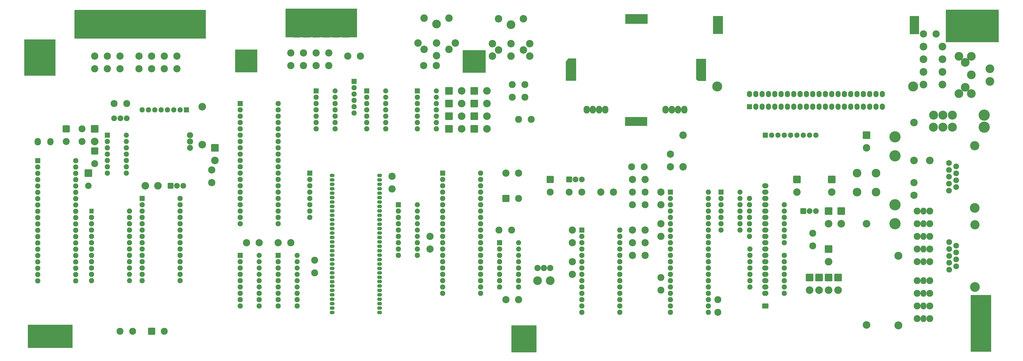
<source format=gbr>
%TF.GenerationSoftware,KiCad,Pcbnew,7.0.0-da2b9df05c~171~ubuntu20.04.1*%
%TF.CreationDate,2023-03-01T01:24:29+01:00*%
%TF.ProjectId,C64-250469-KiCad,4336342d-3235-4303-9436-392d4b694361,1.0*%
%TF.SameCoordinates,Original*%
%TF.FileFunction,Soldermask,Bot*%
%TF.FilePolarity,Negative*%
%FSLAX46Y46*%
G04 Gerber Fmt 4.6, Leading zero omitted, Abs format (unit mm)*
G04 Created by KiCad (PCBNEW 7.0.0-da2b9df05c~171~ubuntu20.04.1) date 2023-03-01 01:24:29*
%MOMM*%
%LPD*%
G01*
G04 APERTURE LIST*
G04 Aperture macros list*
%AMRoundRect*
0 Rectangle with rounded corners*
0 $1 Rounding radius*
0 $2 $3 $4 $5 $6 $7 $8 $9 X,Y pos of 4 corners*
0 Add a 4 corners polygon primitive as box body*
4,1,4,$2,$3,$4,$5,$6,$7,$8,$9,$2,$3,0*
0 Add four circle primitives for the rounded corners*
1,1,$1+$1,$2,$3*
1,1,$1+$1,$4,$5*
1,1,$1+$1,$6,$7*
1,1,$1+$1,$8,$9*
0 Add four rect primitives between the rounded corners*
20,1,$1+$1,$2,$3,$4,$5,0*
20,1,$1+$1,$4,$5,$6,$7,0*
20,1,$1+$1,$6,$7,$8,$9,0*
20,1,$1+$1,$8,$9,$2,$3,0*%
%AMFreePoly0*
4,1,22,1.302202,5.234665,1.384605,5.179605,1.439665,5.097202,1.459000,5.000000,1.459000,-5.000000,1.439665,-5.097202,1.384605,-5.179605,1.302202,-5.234665,1.205000,-5.254000,-1.205000,-5.254000,-1.302202,-5.234665,-1.384605,-5.179605,-1.439665,-5.097202,-1.459000,-5.000000,-1.459000,4.156500,-1.439665,4.253702,-1.384605,4.336105,-0.541105,5.179605,-0.458702,5.234665,-0.361500,5.254000,
1.205000,5.254000,1.302202,5.234665,1.302202,5.234665,$1*%
%AMFreePoly1*
4,1,22,0.458702,5.234665,0.541105,5.179605,1.384605,4.336105,1.439665,4.253702,1.459000,4.156500,1.459000,-5.000000,1.439665,-5.097202,1.384605,-5.179605,1.302202,-5.234665,1.205000,-5.254000,-1.205000,-5.254000,-1.302202,-5.234665,-1.384605,-5.179605,-1.439665,-5.097202,-1.459000,-5.000000,-1.459000,5.000000,-1.439665,5.097202,-1.384605,5.179605,-1.302202,5.234665,-1.205000,5.254000,
0.361500,5.254000,0.458702,5.234665,0.458702,5.234665,$1*%
%AMFreePoly2*
4,1,17,0.551187,0.647707,0.939807,0.259087,0.939810,0.259080,0.939810,-0.259080,0.939807,-0.259087,0.551187,-0.647707,0.551180,-0.647710,-0.551180,-0.647710,-0.551187,-0.647707,-0.939807,-0.259087,-0.939810,-0.259080,-0.939810,0.259080,-0.939807,0.259087,-0.551187,0.647707,-0.551180,0.647710,0.551180,0.647710,0.551187,0.647707,0.551187,0.647707,$1*%
G04 Aperture macros list end*
%ADD10C,0.150000*%
%ADD11C,0.200000*%
%ADD12C,0.100000*%
%ADD13C,2.808000*%
%ADD14C,3.008000*%
%ADD15C,3.508000*%
%ADD16RoundRect,0.254000X-0.800000X-0.800000X0.800000X-0.800000X0.800000X0.800000X-0.800000X0.800000X0*%
%ADD17C,2.108000*%
%ADD18C,2.032000*%
%ADD19O,2.508000X2.908000*%
%ADD20O,2.600000X3.000000*%
%ADD21C,3.900000*%
%ADD22C,3.700000*%
%ADD23C,2.308000*%
%ADD24RoundRect,0.254000X0.800000X0.800000X-0.800000X0.800000X-0.800000X-0.800000X0.800000X-0.800000X0*%
%ADD25O,2.108000X2.508000*%
%ADD26C,3.108000*%
%ADD27C,2.908000*%
%ADD28RoundRect,0.254000X-0.600000X-0.700000X0.600000X-0.700000X0.600000X0.700000X-0.600000X0.700000X0*%
%ADD29RoundRect,0.254000X1.270000X-1.270000X1.270000X1.270000X-1.270000X1.270000X-1.270000X-1.270000X0*%
%ADD30C,3.048000*%
%ADD31C,6.508000*%
%ADD32RoundRect,0.254000X-1.150000X1.150000X-1.150000X-1.150000X1.150000X-1.150000X1.150000X1.150000X0*%
%ADD33C,2.794000*%
%ADD34O,2.286000X2.794000*%
%ADD35RoundRect,0.254000X-1.205000X-5.000000X1.205000X-5.000000X1.205000X5.000000X-1.205000X5.000000X0*%
%ADD36FreePoly0,0.000000*%
%ADD37FreePoly1,0.000000*%
%ADD38RoundRect,0.254000X-0.800000X0.800000X-0.800000X-0.800000X0.800000X-0.800000X0.800000X0.800000X0*%
%ADD39RoundRect,0.254000X0.900000X-0.900000X0.900000X0.900000X-0.900000X0.900000X-0.900000X-0.900000X0*%
%ADD40RoundRect,0.254000X-1.250000X-1.250000X1.250000X-1.250000X1.250000X1.250000X-1.250000X1.250000X0*%
%ADD41RoundRect,0.254000X-1.150000X-1.150000X1.150000X-1.150000X1.150000X1.150000X-1.150000X1.150000X0*%
%ADD42RoundRect,0.254000X-1.205000X-4.500000X1.205000X-4.500000X1.205000X4.500000X-1.205000X4.500000X0*%
%ADD43C,4.008000*%
%ADD44RoundRect,0.254000X1.000000X-2.350000X1.000000X2.350000X-1.000000X2.350000X-1.000000X-2.350000X0*%
%ADD45C,3.208000*%
%ADD46C,4.508000*%
%ADD47RoundRect,0.254000X-1.270000X-1.270000X1.270000X-1.270000X1.270000X1.270000X-1.270000X1.270000X0*%
%ADD48C,2.608000*%
%ADD49O,2.508000X3.108000*%
%ADD50RoundRect,0.254000X-2.350000X-1.000000X2.350000X-1.000000X2.350000X1.000000X-2.350000X1.000000X0*%
%ADD51C,2.508000*%
%ADD52FreePoly2,0.000000*%
%ADD53C,3.479800*%
%ADD54C,3.608000*%
%ADD55RoundRect,0.254000X-1.000000X-0.800000X1.000000X-0.800000X1.000000X0.800000X-1.000000X0.800000X0*%
%ADD56O,2.508000X2.108000*%
%ADD57C,2.413000*%
%ADD58O,2.508000X2.413000*%
G04 APERTURE END LIST*
D10*
X191008000Y-92964000D02*
X200025000Y-92964000D01*
X200025000Y-92964000D02*
X200025000Y-101854000D01*
X200025000Y-101854000D02*
X191008000Y-101854000D01*
X191008000Y-101854000D02*
X191008000Y-92964000D01*
G36*
X191008000Y-92964000D02*
G01*
X200025000Y-92964000D01*
X200025000Y-101854000D01*
X191008000Y-101854000D01*
X191008000Y-92964000D01*
G37*
X370459000Y-79248000D02*
X374015000Y-79248000D01*
X374015000Y-79248000D02*
X374015000Y-86360000D01*
X374015000Y-86360000D02*
X370459000Y-86360000D01*
X370459000Y-86360000D02*
X370459000Y-79248000D01*
G36*
X370459000Y-79248000D02*
G01*
X374015000Y-79248000D01*
X374015000Y-86360000D01*
X370459000Y-86360000D01*
X370459000Y-79248000D01*
G37*
D11*
G36*
X236347000Y-105029000D02*
G01*
X232410000Y-105029000D01*
X232410000Y-97536000D01*
X233299000Y-96266000D01*
X236347000Y-96266000D01*
X236347000Y-105029000D01*
G37*
X236347000Y-105029000D02*
X232410000Y-105029000D01*
X232410000Y-97536000D01*
X233299000Y-96266000D01*
X236347000Y-96266000D01*
X236347000Y-105029000D01*
D10*
X394970000Y-191262000D02*
X402971000Y-191262000D01*
X402971000Y-191262000D02*
X402971000Y-213868000D01*
X402971000Y-213868000D02*
X394970000Y-213868000D01*
X394970000Y-213868000D02*
X394970000Y-191262000D01*
G36*
X394970000Y-191262000D02*
G01*
X402971000Y-191262000D01*
X402971000Y-213868000D01*
X394970000Y-213868000D01*
X394970000Y-191262000D01*
G37*
X14986000Y-88646000D02*
X27305000Y-88646000D01*
X27305000Y-88646000D02*
X27305000Y-102997000D01*
X27305000Y-102997000D02*
X14986000Y-102997000D01*
X14986000Y-102997000D02*
X14986000Y-88646000D01*
G36*
X14986000Y-88646000D02*
G01*
X27305000Y-88646000D01*
X27305000Y-102997000D01*
X14986000Y-102997000D01*
X14986000Y-88646000D01*
G37*
X256159000Y-119761000D02*
X264922000Y-119761000D01*
X264922000Y-119761000D02*
X264922000Y-123190000D01*
X264922000Y-123190000D02*
X256159000Y-123190000D01*
X256159000Y-123190000D02*
X256159000Y-119761000D01*
G36*
X256159000Y-119761000D02*
G01*
X264922000Y-119761000D01*
X264922000Y-123190000D01*
X256159000Y-123190000D01*
X256159000Y-119761000D01*
G37*
X256286000Y-78486000D02*
X265049000Y-78486000D01*
X265049000Y-78486000D02*
X265049000Y-82169000D01*
X265049000Y-82169000D02*
X256286000Y-82169000D01*
X256286000Y-82169000D02*
X256286000Y-78486000D01*
G36*
X256286000Y-78486000D02*
G01*
X265049000Y-78486000D01*
X265049000Y-82169000D01*
X256286000Y-82169000D01*
X256286000Y-78486000D01*
G37*
G36*
X406019000Y-89535000D02*
G01*
X384937000Y-89535000D01*
X384937000Y-76708000D01*
X406019000Y-76708000D01*
X406019000Y-89535000D01*
G37*
X406019000Y-89535000D02*
X384937000Y-89535000D01*
X384937000Y-76708000D01*
X406019000Y-76708000D01*
X406019000Y-89535000D01*
X291465000Y-79248000D02*
X295275000Y-79248000D01*
X295275000Y-79248000D02*
X295275000Y-86233000D01*
X295275000Y-86233000D02*
X291465000Y-86233000D01*
X291465000Y-86233000D02*
X291465000Y-79248000D01*
G36*
X291465000Y-79248000D02*
G01*
X295275000Y-79248000D01*
X295275000Y-86233000D01*
X291465000Y-86233000D01*
X291465000Y-79248000D01*
G37*
X210566000Y-203454000D02*
X220472000Y-203454000D01*
X220472000Y-203454000D02*
X220472000Y-214122000D01*
X220472000Y-214122000D02*
X210566000Y-214122000D01*
X210566000Y-214122000D02*
X210566000Y-203454000D01*
G36*
X210566000Y-203454000D02*
G01*
X220472000Y-203454000D01*
X220472000Y-214122000D01*
X210566000Y-214122000D01*
X210566000Y-203454000D01*
G37*
G36*
X288544000Y-105156000D02*
G01*
X285496000Y-105156000D01*
X284734000Y-104521000D01*
X284734000Y-96393000D01*
X288544000Y-96393000D01*
X288544000Y-105156000D01*
G37*
X288544000Y-105156000D02*
X285496000Y-105156000D01*
X284734000Y-104521000D01*
X284734000Y-96393000D01*
X288544000Y-96393000D01*
X288544000Y-105156000D01*
X16383000Y-203200000D02*
X34163000Y-203200000D01*
X34163000Y-203200000D02*
X34163000Y-212344000D01*
X34163000Y-212344000D02*
X16383000Y-212344000D01*
X16383000Y-212344000D02*
X16383000Y-203200000D01*
G36*
X16383000Y-203200000D02*
G01*
X34163000Y-203200000D01*
X34163000Y-212344000D01*
X16383000Y-212344000D01*
X16383000Y-203200000D01*
G37*
%TO.C,CN3*%
G36*
X148348000Y-87630000D02*
G01*
X119773000Y-87630000D01*
X119773000Y-76200000D01*
X148348000Y-76200000D01*
X148348000Y-87630000D01*
G37*
D12*
X148348000Y-87630000D02*
X119773000Y-87630000D01*
X119773000Y-76200000D01*
X148348000Y-76200000D01*
X148348000Y-87630000D01*
%TO.C,CN2*%
G36*
X87694154Y-88102493D02*
G01*
X34989154Y-88102493D01*
X34989154Y-76672493D01*
X87694154Y-76672493D01*
X87694154Y-88102493D01*
G37*
X87694154Y-88102493D02*
X34989154Y-88102493D01*
X34989154Y-76672493D01*
X87694154Y-76672493D01*
X87694154Y-88102493D01*
%TD*%
D13*
%TO.C,R17*%
X58420000Y-205740000D03*
X53340000Y-205740000D03*
%TD*%
D14*
%TO.C,CN4*%
X172920000Y-90010000D03*
X175420000Y-80010000D03*
X175420000Y-92510000D03*
D15*
X180420000Y-82390000D03*
D14*
X185420000Y-80010000D03*
X180420000Y-90010000D03*
X185420000Y-92550000D03*
X187920000Y-90010000D03*
X180420000Y-95010000D03*
%TD*%
D16*
%TO.C,U20*%
X205740000Y-170180000D03*
D17*
X205740000Y-172720000D03*
X205740000Y-175260000D03*
X205740000Y-177800000D03*
X205740000Y-180340000D03*
X205740000Y-182880000D03*
X205740000Y-185420000D03*
X205740000Y-187960000D03*
X213360000Y-187960000D03*
X213360000Y-185420000D03*
X213360000Y-182880000D03*
X213360000Y-180340000D03*
D18*
X213360000Y-177800000D03*
X213360000Y-175260000D03*
X213360000Y-172720000D03*
X213360000Y-170180000D03*
%TD*%
D19*
%TO.C,C30*%
X25342489Y-129580652D03*
D20*
X20262489Y-129580652D03*
%TD*%
D21*
%TO.C,CN8*%
X396501000Y-156173000D03*
D22*
X396501000Y-131173000D03*
D23*
X386161000Y-149213000D03*
X386161000Y-146443000D03*
X386161000Y-143673000D03*
X386161000Y-140903000D03*
X386161000Y-138133000D03*
X389001000Y-147828000D03*
X389001000Y-145058000D03*
X389001000Y-142288000D03*
X389001000Y-139518000D03*
%TD*%
D16*
%TO.C,U18*%
X294640000Y-149860000D03*
D17*
X294640000Y-152400000D03*
X294640000Y-154940000D03*
X294640000Y-157480000D03*
X294640000Y-160020000D03*
X294640000Y-162560000D03*
X294640000Y-165100000D03*
X302260000Y-165100000D03*
X302260000Y-162560000D03*
X302260000Y-160020000D03*
X302260000Y-157480000D03*
X302260000Y-154940000D03*
D18*
X302260000Y-152400000D03*
X302260000Y-149860000D03*
%TD*%
D13*
%TO.C,FB1*%
X205440000Y-165100000D03*
X210520000Y-165100000D03*
%TD*%
D24*
%TO.C,RP3*%
X80010000Y-116840000D03*
D17*
X77470000Y-116840000D03*
X74930000Y-116840000D03*
X72390000Y-116840000D03*
X69850000Y-116840000D03*
X67310000Y-116840000D03*
X64770000Y-116840000D03*
X62230000Y-116840000D03*
%TD*%
D16*
%TO.C,CN6*%
X306070000Y-115570000D03*
D25*
X308609999Y-115569999D03*
X311149999Y-115569999D03*
X313689999Y-115569999D03*
X316229999Y-115569999D03*
X318769999Y-115569999D03*
X321309999Y-115569999D03*
X323849999Y-115569999D03*
X326389999Y-115569999D03*
X328929999Y-115569999D03*
X331469999Y-115569999D03*
X334009999Y-115569999D03*
X336549999Y-115569999D03*
X339089999Y-115569999D03*
X341629999Y-115569999D03*
X344169999Y-115569999D03*
X346709999Y-115569999D03*
X349249999Y-115569999D03*
X351789999Y-115569999D03*
X354329999Y-115569999D03*
X356869999Y-115569999D03*
X359409999Y-115569999D03*
X306069999Y-110489999D03*
X308609999Y-110489999D03*
X311149999Y-110489999D03*
X313689999Y-110489999D03*
X316229999Y-110489999D03*
X318769999Y-110489999D03*
X321309999Y-110489999D03*
X323849999Y-110489999D03*
X326389999Y-110489999D03*
X328929999Y-110489999D03*
X331469999Y-110489999D03*
X334009999Y-110489999D03*
X336549999Y-110489999D03*
X339089999Y-110489999D03*
X341629999Y-110489999D03*
X344169999Y-110489999D03*
X346709999Y-110489999D03*
X349249999Y-110489999D03*
X351789999Y-110489999D03*
X354329999Y-110489999D03*
X356869999Y-110489999D03*
X359409999Y-110489999D03*
%TD*%
D26*
%TO.C,L1*%
X375920000Y-91440000D03*
X383540000Y-91440000D03*
X375920000Y-96520000D03*
X383540000Y-96520000D03*
X375920000Y-101600000D03*
X383540000Y-101600000D03*
X375920000Y-106680000D03*
X383540000Y-106680000D03*
%TD*%
D23*
%TO.C,CN10*%
X50931353Y-120176056D03*
X53471353Y-120176056D03*
X56011353Y-120176056D03*
%TD*%
D13*
%TO.C,R101*%
X131445000Y-182245000D03*
X131445000Y-177165000D03*
%TD*%
D16*
%TO.C,U11*%
X116840000Y-175260000D03*
D17*
X116840000Y-177800000D03*
X116840000Y-180340000D03*
X116840000Y-182880000D03*
X116840000Y-185420000D03*
X116840000Y-187960000D03*
X116840000Y-190500000D03*
X116840000Y-193040000D03*
X116840000Y-195580000D03*
X124460000Y-195580000D03*
X124460000Y-193040000D03*
X124460000Y-190500000D03*
D18*
X124460000Y-187960000D03*
X124460000Y-185420000D03*
X124460000Y-182880000D03*
X124460000Y-180340000D03*
X124460000Y-177800000D03*
X124460000Y-175260000D03*
%TD*%
D17*
%TO.C,DA2*%
X320040000Y-175260000D03*
X320040000Y-177800000D03*
X320040000Y-180340000D03*
X320040000Y-182880000D03*
X320040000Y-185420000D03*
X320040000Y-187960000D03*
X320040000Y-190500000D03*
%TD*%
D27*
%TO.C,C29*%
X43180000Y-95250000D03*
X43180000Y-100330000D03*
%TD*%
D28*
%TO.C,U5*%
X41910000Y-157480000D03*
D17*
X41910000Y-160020000D03*
X41910000Y-162560000D03*
X41910000Y-165100000D03*
X41910000Y-167640000D03*
X41910000Y-170180000D03*
X41910000Y-172720000D03*
X41910000Y-175260000D03*
X41910000Y-177800000D03*
X41910000Y-180340000D03*
X41910000Y-182880000D03*
X41910000Y-185420000D03*
D18*
X57150000Y-185420000D03*
X57150000Y-182880000D03*
D17*
X57150000Y-180340000D03*
X57150000Y-177800000D03*
X57150000Y-175260000D03*
X57150000Y-172720000D03*
X57150000Y-170180000D03*
X57150000Y-167640000D03*
X57150000Y-165100000D03*
X57150000Y-162560000D03*
X57150000Y-160020000D03*
X57150000Y-157480000D03*
%TD*%
D29*
%TO.C,CR16*%
X195580000Y-114300000D03*
D30*
X200660000Y-114300000D03*
%TD*%
D31*
%TO.C,HOLE4*%
X389763000Y-84963000D03*
%TD*%
D32*
%TO.C,C43*%
X43180000Y-133350000D03*
D13*
X43180000Y-138430000D03*
%TD*%
D33*
%TO.C,EM1*%
X378460000Y-172720000D03*
D34*
X375919999Y-172719999D03*
D33*
X373380000Y-172720000D03*
%TD*%
D35*
%TO.C,CN3*%
X144018000Y-82550000D03*
D36*
X140058000Y-82550000D03*
D37*
X136098000Y-82550000D03*
D35*
X132138000Y-82550000D03*
X128178000Y-82550000D03*
X124218000Y-82550000D03*
%TD*%
D33*
%TO.C,EM9*%
X378460000Y-185420000D03*
D34*
X375919999Y-185419999D03*
D33*
X373380000Y-185420000D03*
%TD*%
D31*
%TO.C,REF\u002A\u002A*%
X399542000Y-208407000D03*
%TD*%
D27*
%TO.C,C61*%
X372110000Y-151130000D03*
X372110000Y-146050000D03*
%TD*%
D30*
%TO.C,R1*%
X86360000Y-115570000D03*
X86360000Y-130810000D03*
%TD*%
D38*
%TO.C,RP5*%
X129540000Y-142240000D03*
D17*
X129540000Y-144780000D03*
X129540000Y-147320000D03*
X129540000Y-149860000D03*
X129540000Y-152400000D03*
X129540000Y-154940000D03*
X129540000Y-157480000D03*
X129540000Y-160020000D03*
%TD*%
D33*
%TO.C,EM6*%
X378460000Y-200660000D03*
D34*
X375919999Y-200659999D03*
D33*
X373380000Y-200660000D03*
%TD*%
D23*
%TO.C,Q2*%
X78740000Y-147320000D03*
X76200000Y-147320000D03*
D39*
X73660000Y-147320000D03*
%TD*%
D16*
%TO.C,U23*%
X48260000Y-127000000D03*
D17*
X48260000Y-129540000D03*
X48260000Y-132080000D03*
X48260000Y-134620000D03*
X48260000Y-137160000D03*
X48260000Y-139700000D03*
X48260000Y-142240000D03*
X55880000Y-142240000D03*
X55880000Y-139700000D03*
X55880000Y-137160000D03*
X55880000Y-134620000D03*
X55880000Y-132080000D03*
D18*
X55880000Y-129540000D03*
X55880000Y-127000000D03*
%TD*%
D40*
%TO.C,C65*%
X339090000Y-144780000D03*
D14*
X339090000Y-149860000D03*
%TD*%
D16*
%TO.C,U19*%
X165100000Y-154940000D03*
D17*
X165100000Y-157480000D03*
X165100000Y-160020000D03*
X165100000Y-162560000D03*
X165100000Y-165100000D03*
X165100000Y-167640000D03*
X165100000Y-170180000D03*
X165100000Y-172720000D03*
X165100000Y-175260000D03*
X172720000Y-175260000D03*
X172720000Y-172720000D03*
X172720000Y-170180000D03*
D18*
X172720000Y-167640000D03*
X172720000Y-165100000D03*
X172720000Y-162560000D03*
X172720000Y-160020000D03*
X172720000Y-157480000D03*
X172720000Y-154940000D03*
%TD*%
D13*
%TO.C,R100*%
X331470000Y-171450000D03*
X331470000Y-166370000D03*
%TD*%
D27*
%TO.C,C6*%
X76200000Y-95250000D03*
X76200000Y-100330000D03*
%TD*%
%TO.C,C90*%
X71120000Y-95250000D03*
X71120000Y-100330000D03*
%TD*%
D41*
%TO.C,C36*%
X208280000Y-152400000D03*
D13*
X213360000Y-152400000D03*
%TD*%
D30*
%TO.C,R3*%
X68580000Y-147320000D03*
X63500000Y-147320000D03*
%TD*%
D36*
%TO.C,CN2*%
X82994154Y-82462493D03*
D37*
X79034154Y-82462493D03*
D35*
X75074154Y-82462493D03*
X71114154Y-82462493D03*
X67154154Y-82462493D03*
X63194154Y-82462493D03*
X59234154Y-82462493D03*
D42*
X55274154Y-81962493D03*
D35*
X51314154Y-82462493D03*
D36*
X47354154Y-82462493D03*
D37*
X43394154Y-82462493D03*
D35*
X39434154Y-82462493D03*
%TD*%
D14*
%TO.C,CN5*%
X202805000Y-90250000D03*
X205305000Y-80250000D03*
D15*
X210305000Y-82630000D03*
D14*
X210305000Y-90250000D03*
X215305000Y-80250000D03*
X217805000Y-90250000D03*
X205305000Y-92750000D03*
X215305000Y-92790000D03*
X210305000Y-95250000D03*
X202805000Y-95250000D03*
X217805000Y-95250000D03*
%TD*%
D23*
%TO.C,Q3*%
X238760000Y-144780000D03*
X236220000Y-144780000D03*
D39*
X233680000Y-144780000D03*
%TD*%
D27*
%TO.C,C47*%
X109220000Y-170180000D03*
X104140000Y-170180000D03*
%TD*%
D16*
%TO.C,U2*%
X20320000Y-137203649D03*
D17*
X20320000Y-139743649D03*
X20320000Y-142283649D03*
X20320000Y-144823649D03*
X20320000Y-147363649D03*
X20320000Y-149903649D03*
X20320000Y-152443649D03*
X20320000Y-154983649D03*
X20320000Y-157523649D03*
X20320000Y-160063649D03*
X20320000Y-162603649D03*
X20320000Y-165143649D03*
X20320000Y-167683649D03*
X20320000Y-170223649D03*
X20320000Y-172763649D03*
X20320000Y-175303649D03*
X20320000Y-177843649D03*
X20320000Y-180383649D03*
X20320000Y-182923649D03*
X20320000Y-185463649D03*
X35560000Y-185463649D03*
X35560000Y-182923649D03*
X35560000Y-180383649D03*
X35560000Y-177843649D03*
X35560000Y-175303649D03*
X35560000Y-172763649D03*
X35560000Y-170223649D03*
X35560000Y-167683649D03*
X35560000Y-165143649D03*
X35560000Y-162603649D03*
X35560000Y-160063649D03*
X35560000Y-157523649D03*
X35560000Y-154983649D03*
X35560000Y-152443649D03*
X35560000Y-149903649D03*
X35560000Y-147363649D03*
X35560000Y-144823649D03*
X35560000Y-142283649D03*
X35560000Y-139743649D03*
X35560000Y-137203649D03*
%TD*%
D27*
%TO.C,C1*%
X144780000Y-95250000D03*
X149860000Y-95250000D03*
%TD*%
D13*
%TO.C,FB2*%
X210820000Y-111760000D03*
X210820000Y-106680000D03*
%TD*%
D43*
%TO.C,REF\u002A\u002A*%
X293116000Y-107442000D03*
X371746000Y-107442000D03*
D44*
X292862000Y-82677000D03*
X371875000Y-82802000D03*
%TD*%
D45*
%TO.C,R2*%
X365778345Y-203381327D03*
X365778345Y-175441327D03*
%TD*%
D27*
%TO.C,C86*%
X66040000Y-100330000D03*
X66040000Y-95250000D03*
%TD*%
D46*
%TO.C,F1*%
X364490000Y-127635000D03*
X364490000Y-135255000D03*
X364490000Y-154940000D03*
X364490000Y-162560000D03*
%TD*%
D33*
%TO.C,EM8*%
X378460000Y-190500000D03*
D34*
X375919999Y-190499999D03*
D33*
X373380000Y-190500000D03*
%TD*%
D16*
%TO.C,U3*%
X132080000Y-109220000D03*
D17*
X132080000Y-111760000D03*
X132080000Y-114300000D03*
X132080000Y-116840000D03*
X132080000Y-119380000D03*
X132080000Y-121920000D03*
X132080000Y-124460000D03*
X139700000Y-124460000D03*
X139700000Y-121920000D03*
X139700000Y-119380000D03*
X139700000Y-116840000D03*
X139700000Y-114300000D03*
D18*
X139700000Y-111760000D03*
X139700000Y-109220000D03*
%TD*%
D15*
%TO.C,CT1*%
X220980000Y-185420000D03*
X226060000Y-185420000D03*
%TD*%
D47*
%TO.C,CR5*%
X40640000Y-142240000D03*
D48*
X40640000Y-147320000D03*
%TD*%
D17*
%TO.C,DA3*%
X320040000Y-154940000D03*
X320040000Y-157480000D03*
X320040000Y-160020000D03*
X320040000Y-162560000D03*
X320040000Y-165100000D03*
X320040000Y-167640000D03*
X320040000Y-170180000D03*
%TD*%
D13*
%TO.C,R14*%
X263765000Y-139700000D03*
X258685000Y-139700000D03*
%TD*%
D27*
%TO.C,C87*%
X60960000Y-100330000D03*
X60960000Y-95250000D03*
%TD*%
D47*
%TO.C,CR20*%
X334010000Y-184150000D03*
D30*
X334010000Y-189230000D03*
%TD*%
D16*
%TO.C,U4*%
X62230000Y-152400000D03*
D17*
X62230000Y-154940000D03*
X62230000Y-157480000D03*
X62230000Y-160020000D03*
X62230000Y-162560000D03*
X62230000Y-165100000D03*
X62230000Y-167640000D03*
X62230000Y-170180000D03*
X62230000Y-172720000D03*
X62230000Y-175260000D03*
X62230000Y-177800000D03*
X62230000Y-180340000D03*
X62230000Y-182880000D03*
X62230000Y-185420000D03*
X77470000Y-185420000D03*
X77470000Y-182880000D03*
X77470000Y-180340000D03*
X77470000Y-177800000D03*
X77470000Y-175260000D03*
X77470000Y-172720000D03*
X77470000Y-170180000D03*
X77470000Y-167640000D03*
X77470000Y-165100000D03*
X77470000Y-162560000D03*
X77470000Y-160020000D03*
X77470000Y-157480000D03*
X77470000Y-154940000D03*
X77470000Y-152400000D03*
%TD*%
D27*
%TO.C,C74*%
X259080000Y-144780000D03*
X264160000Y-144780000D03*
%TD*%
D31*
%TO.C,*%
X103759000Y-97282000D03*
%TD*%
D29*
%TO.C,CR14*%
X195580000Y-119380000D03*
D30*
X200660000Y-119380000D03*
%TD*%
D33*
%TO.C,EM2*%
X378460000Y-167640000D03*
D34*
X375919999Y-167639999D03*
D33*
X373380000Y-167640000D03*
%TD*%
D49*
%TO.C,M1*%
X279868168Y-116715632D03*
X277368168Y-116715632D03*
X274868168Y-116715632D03*
X272368168Y-116715632D03*
X248166168Y-116715632D03*
X245666168Y-116715632D03*
X243166168Y-116715632D03*
X240666168Y-116715632D03*
D44*
X234076169Y-100803633D03*
D50*
X260184169Y-80174633D03*
X260264169Y-121359633D03*
D44*
X286110169Y-100457633D03*
%TD*%
D13*
%TO.C,R12*%
X238760000Y-149860000D03*
X233680000Y-149860000D03*
%TD*%
D29*
%TO.C,CR15*%
X195580000Y-109220000D03*
D30*
X200660000Y-109220000D03*
%TD*%
D40*
%TO.C,C66*%
X325120000Y-144780000D03*
D14*
X325120000Y-149860000D03*
%TD*%
D16*
%TO.C,U1*%
X274320000Y-149860000D03*
D17*
X274320000Y-152400000D03*
X274320000Y-154940000D03*
X274320000Y-157480000D03*
X274320000Y-160020000D03*
X274320000Y-162560000D03*
X274320000Y-165100000D03*
X274320000Y-167640000D03*
X274320000Y-170180000D03*
X274320000Y-172720000D03*
X274320000Y-175260000D03*
X274320000Y-177800000D03*
X274320000Y-180340000D03*
X274320000Y-182880000D03*
X274320000Y-185420000D03*
X274320000Y-187960000D03*
X274320000Y-190500000D03*
X274320000Y-193040000D03*
X274320000Y-195580000D03*
X274320000Y-198120000D03*
X289560000Y-198120000D03*
X289560000Y-195580000D03*
X289560000Y-193040000D03*
X289560000Y-190500000D03*
X289560000Y-187960000D03*
X289560000Y-185420000D03*
X289560000Y-182880000D03*
X289560000Y-180340000D03*
X289560000Y-177800000D03*
X289560000Y-175260000D03*
X289560000Y-172720000D03*
X289560000Y-170180000D03*
X289560000Y-167640000D03*
X289560000Y-165100000D03*
X289560000Y-162560000D03*
X289560000Y-160020000D03*
X289560000Y-157480000D03*
X289560000Y-154940000D03*
X289560000Y-152400000D03*
X289560000Y-149860000D03*
%TD*%
D29*
%TO.C,CR17*%
X195580000Y-124460000D03*
D30*
X200660000Y-124460000D03*
%TD*%
D27*
%TO.C,C48*%
X121915486Y-170180000D03*
X116835486Y-170180000D03*
%TD*%
D17*
%TO.C,DA1*%
X306197000Y-172720000D03*
X306197000Y-175260000D03*
X306197000Y-177800000D03*
X306197000Y-180340000D03*
X306197000Y-182880000D03*
X306197000Y-185420000D03*
X306197000Y-187960000D03*
%TD*%
D13*
%TO.C,L4*%
X293370000Y-193040000D03*
X293370000Y-198120000D03*
%TD*%
D32*
%TO.C,C77*%
X226060000Y-144780000D03*
D13*
X226060000Y-149860000D03*
%TD*%
D47*
%TO.C,CR4*%
X342900000Y-157480000D03*
D30*
X342900000Y-162560000D03*
%TD*%
D13*
%TO.C,L3*%
X270510000Y-184150000D03*
X270510000Y-189230000D03*
%TD*%
D27*
%TO.C,C4*%
X132080000Y-93980000D03*
X132080000Y-99060000D03*
%TD*%
D30*
%TO.C,*%
X378460000Y-137160000D03*
%TD*%
%TO.C,C63*%
X353060000Y-162560000D03*
X353060000Y-203200000D03*
%TD*%
D23*
%TO.C,Q5*%
X332740000Y-157480000D03*
X330200000Y-157480000D03*
D39*
X327660000Y-157480000D03*
%TD*%
D17*
%TO.C,DA4*%
X306070000Y-152400000D03*
X306070000Y-154940000D03*
X306070000Y-157480000D03*
X306070000Y-160020000D03*
X306070000Y-162560000D03*
X306070000Y-165100000D03*
X306070000Y-167640000D03*
%TD*%
D47*
%TO.C,CR3*%
X337820000Y-157480000D03*
D30*
X337820000Y-162560000D03*
%TD*%
D38*
%TO.C,RP6*%
X147320000Y-105410000D03*
D17*
X147320000Y-107950000D03*
X147320000Y-110490000D03*
X147320000Y-113030000D03*
X147320000Y-115570000D03*
X147320000Y-118110000D03*
%TD*%
D27*
%TO.C,C2*%
X121920000Y-93980000D03*
X121920000Y-99060000D03*
%TD*%
D29*
%TO.C,CR12*%
X185420000Y-114300000D03*
D30*
X190500000Y-114300000D03*
%TD*%
D27*
%TO.C,C34*%
X177800000Y-167640000D03*
X177800000Y-172720000D03*
%TD*%
D51*
%TO.C,Y1*%
X226060000Y-180340000D03*
X220980000Y-180340000D03*
X223520000Y-180340000D03*
%TD*%
D29*
%TO.C,CR13*%
X185420000Y-124460000D03*
D30*
X190500000Y-124460000D03*
%TD*%
D16*
%TO.C,RP4*%
X312420000Y-127000000D03*
D17*
X314960000Y-127000000D03*
X317500000Y-127000000D03*
X320040000Y-127000000D03*
X322580000Y-127000000D03*
X325120000Y-127000000D03*
X327660000Y-127000000D03*
X330200000Y-127000000D03*
X332740000Y-127000000D03*
%TD*%
D31*
%TO.C,*%
X396621000Y-85344000D03*
%TD*%
D52*
%TO.C,U8*%
X138490189Y-143160917D03*
X138490189Y-144936377D03*
X138490189Y-146711837D03*
X138490189Y-148487297D03*
X138490189Y-150262757D03*
X138490189Y-152038217D03*
X138490189Y-153813677D03*
X138490189Y-155589137D03*
X138490189Y-157364597D03*
X138490189Y-159140057D03*
X138490189Y-160915517D03*
X138490189Y-162690977D03*
X138490189Y-164466437D03*
X138490189Y-166241897D03*
X138490189Y-168017357D03*
X138490189Y-169792817D03*
X138490189Y-171568277D03*
X138490189Y-173343737D03*
X138490189Y-175119197D03*
X138490189Y-176894657D03*
X138490189Y-178670117D03*
X138490189Y-180445577D03*
X138490189Y-182221037D03*
X138490189Y-183998245D03*
X138490189Y-185773781D03*
X138490189Y-187549317D03*
X138490189Y-189324853D03*
X138490189Y-191100389D03*
X138490189Y-192875925D03*
X138490189Y-194651461D03*
X138490189Y-196426997D03*
X138490189Y-198202533D03*
X157540189Y-198202533D03*
X157540189Y-196424717D03*
X157540189Y-194649257D03*
X157540189Y-192873797D03*
X157540189Y-191098337D03*
X157540189Y-189322877D03*
X157540189Y-187547417D03*
X157540189Y-185771957D03*
X157540189Y-183996497D03*
X157540189Y-182221037D03*
X157540189Y-180445577D03*
X157540189Y-178670117D03*
X157540189Y-176894657D03*
X157540189Y-175119197D03*
X157540189Y-173343737D03*
X157540189Y-171568277D03*
X157540189Y-169792817D03*
X157540189Y-168017357D03*
X157540189Y-166241897D03*
X157540189Y-164466437D03*
X157540189Y-162690977D03*
X157540189Y-160915517D03*
X157540189Y-159140057D03*
X157540189Y-157364597D03*
X157540189Y-155589137D03*
X157540189Y-153813677D03*
X157540189Y-152038217D03*
X157540189Y-150262757D03*
X157540189Y-148487297D03*
X157540189Y-146711837D03*
X157540189Y-144936377D03*
X157540189Y-143160917D03*
%TD*%
D16*
%TO.C,U22*%
X152400000Y-109220000D03*
D17*
X152400000Y-111760000D03*
X152400000Y-114300000D03*
X152400000Y-116840000D03*
X152400000Y-119380000D03*
X152400000Y-121920000D03*
X152400000Y-124460000D03*
X160020000Y-124460000D03*
X160020000Y-121920000D03*
X160020000Y-119380000D03*
X160020000Y-116840000D03*
X160020000Y-114300000D03*
D18*
X160020000Y-111760000D03*
X160020000Y-109220000D03*
%TD*%
D27*
%TO.C,C37*%
X213360000Y-142240000D03*
X208280000Y-142240000D03*
%TD*%
%TO.C,C28*%
X48260000Y-95250000D03*
X48260000Y-100330000D03*
%TD*%
D16*
%TO.C,U10*%
X101600000Y-175260000D03*
D17*
X101600000Y-177800000D03*
X101600000Y-180340000D03*
X101600000Y-182880000D03*
X101600000Y-185420000D03*
X101600000Y-187960000D03*
X101600000Y-190500000D03*
X101600000Y-193040000D03*
X101600000Y-195580000D03*
X109220000Y-195580000D03*
X109220000Y-193040000D03*
X109220000Y-190500000D03*
D18*
X109220000Y-187960000D03*
X109220000Y-185420000D03*
X109220000Y-182880000D03*
X109220000Y-180340000D03*
X109220000Y-177800000D03*
X109220000Y-175260000D03*
%TD*%
D27*
%TO.C,C3*%
X127000000Y-93980000D03*
X127000000Y-99060000D03*
%TD*%
D13*
%TO.C,FB4*%
X215900000Y-111760000D03*
X215900000Y-106680000D03*
%TD*%
D27*
%TO.C,C79*%
X259080000Y-170180000D03*
X264160000Y-170180000D03*
%TD*%
D31*
%TO.C,REF\u002A\u002A*%
X399669000Y-197231000D03*
%TD*%
D47*
%TO.C,CR7*%
X337820000Y-172720000D03*
D30*
X337820000Y-177800000D03*
%TD*%
D33*
%TO.C,EM3*%
X378460000Y-162560000D03*
D34*
X375919999Y-162559999D03*
D33*
X373380000Y-162560000D03*
%TD*%
D31*
%TO.C,*%
X215138000Y-208534000D03*
%TD*%
D27*
%TO.C,C69*%
X259080000Y-175260000D03*
X264160000Y-175260000D03*
%TD*%
D47*
%TO.C,CR6*%
X43180000Y-124460000D03*
D30*
X43180000Y-129540000D03*
%TD*%
D16*
%TO.C,U7*%
X182880000Y-142240000D03*
D17*
X182880000Y-144780000D03*
X182880000Y-147320000D03*
X182880000Y-149860000D03*
X182880000Y-152400000D03*
X182880000Y-154940000D03*
X182880000Y-157480000D03*
X182880000Y-160020000D03*
X182880000Y-162560000D03*
X182880000Y-165100000D03*
X182880000Y-167640000D03*
X182880000Y-170180000D03*
X182880000Y-172720000D03*
X182880000Y-175260000D03*
X182880000Y-177800000D03*
X182880000Y-180340000D03*
X182880000Y-182880000D03*
X182880000Y-185420000D03*
X182880000Y-187960000D03*
X182880000Y-190500000D03*
X198120000Y-190500000D03*
X198120000Y-187960000D03*
X198120000Y-185420000D03*
X198120000Y-182880000D03*
X198120000Y-180340000D03*
X198120000Y-177800000D03*
X198120000Y-175260000D03*
X198120000Y-172720000D03*
X198120000Y-170180000D03*
X198120000Y-167640000D03*
X198120000Y-165100000D03*
X198120000Y-162560000D03*
X198120000Y-160020000D03*
X198120000Y-157480000D03*
X198120000Y-154940000D03*
X198120000Y-152400000D03*
X198120000Y-149860000D03*
X198120000Y-147320000D03*
X198120000Y-144780000D03*
X198120000Y-142240000D03*
%TD*%
D29*
%TO.C,CR11*%
X185420000Y-109220000D03*
D30*
X190500000Y-109220000D03*
%TD*%
D31*
%TO.C,*%
X29337000Y-208153000D03*
%TD*%
D13*
%TO.C,R5*%
X56007000Y-114300000D03*
X50927000Y-114300000D03*
%TD*%
%TO.C,R16*%
X38100000Y-129540000D03*
X38100000Y-124460000D03*
%TD*%
%TO.C,R8*%
X264160000Y-154940000D03*
X259080000Y-154940000D03*
%TD*%
D33*
%TO.C,EM5*%
X378460000Y-177800000D03*
D34*
X375919999Y-177799999D03*
D33*
X373380000Y-177800000D03*
%TD*%
%TO.C,EM7*%
X378460000Y-195580000D03*
D34*
X375919999Y-195579999D03*
D33*
X373380000Y-195580000D03*
%TD*%
D27*
%TO.C,C35*%
X208280000Y-193040000D03*
X213360000Y-193040000D03*
%TD*%
%TO.C,C70*%
X234950000Y-165100000D03*
X234950000Y-170180000D03*
%TD*%
%TO.C,C81*%
X270510000Y-149860000D03*
X270510000Y-154940000D03*
%TD*%
D15*
%TO.C,CN7*%
X395130000Y-95290000D03*
X395130000Y-102790000D03*
X395130000Y-110290000D03*
X392630000Y-97790000D03*
X392630000Y-107790000D03*
X390130000Y-95290000D03*
X390130000Y-110290000D03*
X402590000Y-100330000D03*
X402590000Y-105410000D03*
%TD*%
D47*
%TO.C,CR19*%
X337820000Y-184150000D03*
D30*
X337820000Y-189230000D03*
%TD*%
D16*
%TO.C,U6*%
X101600000Y-114300000D03*
D17*
X101600000Y-116840000D03*
X101600000Y-119380000D03*
X101600000Y-121920000D03*
X101600000Y-124460000D03*
X101600000Y-127000000D03*
X101600000Y-129540000D03*
X101600000Y-132080000D03*
X101600000Y-134620000D03*
X101600000Y-137160000D03*
X101600000Y-139700000D03*
X101600000Y-142240000D03*
X101600000Y-144780000D03*
X101600000Y-147320000D03*
X101600000Y-149860000D03*
X101600000Y-152400000D03*
X101600000Y-154940000D03*
X101600000Y-157480000D03*
X101600000Y-160020000D03*
X101600000Y-162560000D03*
X116840000Y-162560000D03*
X116840000Y-160020000D03*
X116840000Y-157480000D03*
X116840000Y-154940000D03*
X116840000Y-152400000D03*
X116840000Y-149860000D03*
X116840000Y-147320000D03*
X116840000Y-144780000D03*
X116840000Y-142240000D03*
X116840000Y-139700000D03*
X116840000Y-137160000D03*
X116840000Y-134620000D03*
X116840000Y-132080000D03*
X116840000Y-129540000D03*
X116840000Y-127000000D03*
X116840000Y-124460000D03*
X116840000Y-121920000D03*
X116840000Y-119380000D03*
X116840000Y-116840000D03*
X116840000Y-114300000D03*
%TD*%
D31*
%TO.C,*%
X20447000Y-208153000D03*
%TD*%
D14*
%TO.C,L2*%
X279400000Y-139700000D03*
X279400000Y-127000000D03*
%TD*%
D41*
%TO.C,C59*%
X66040000Y-205740000D03*
D13*
X71120000Y-205740000D03*
%TD*%
D27*
%TO.C,C84*%
X137160000Y-93980000D03*
X137160000Y-99060000D03*
%TD*%
D40*
%TO.C,C58*%
X353060000Y-127000000D03*
D14*
X353060000Y-132080000D03*
%TD*%
D31*
%TO.C,*%
X23114000Y-97155000D03*
%TD*%
D13*
%TO.C,R9*%
X264160000Y-149860000D03*
X259080000Y-149860000D03*
%TD*%
D47*
%TO.C,CR18*%
X330200000Y-184150000D03*
D30*
X330200000Y-189230000D03*
%TD*%
D32*
%TO.C,C44*%
X31750000Y-124460000D03*
D13*
X31750000Y-129540000D03*
%TD*%
D21*
%TO.C,CN9*%
X396547000Y-187966000D03*
D22*
X396547000Y-162966000D03*
D23*
X386207000Y-181006000D03*
X386207000Y-178236000D03*
X386207000Y-175466000D03*
X386207000Y-172696000D03*
X386207000Y-169926000D03*
X389047000Y-179621000D03*
X389047000Y-176851000D03*
X389047000Y-174081000D03*
X389047000Y-171311000D03*
%TD*%
D53*
%TO.C,CR2*%
X356870000Y-149860000D03*
X356870000Y-142240000D03*
X349250000Y-142240000D03*
X349250000Y-149860000D03*
%TD*%
D54*
%TO.C,SW1*%
X383704000Y-118918800D03*
X387514000Y-118918800D03*
X379984000Y-118918800D03*
X383704000Y-123748800D03*
X387514000Y-123748800D03*
X379894000Y-123748800D03*
D46*
X400304000Y-123748800D03*
X400304000Y-118918800D03*
%TD*%
D31*
%TO.C,*%
X195453000Y-97536000D03*
%TD*%
D33*
%TO.C,EM4*%
X378460000Y-157480000D03*
D34*
X375919999Y-157479999D03*
D33*
X373380000Y-157480000D03*
%TD*%
D27*
%TO.C,C7*%
X90170000Y-140970000D03*
X90170000Y-146050000D03*
%TD*%
D47*
%TO.C,CR1*%
X91440000Y-132080000D03*
D30*
X91440000Y-137160000D03*
%TD*%
D27*
%TO.C,C56*%
X375920000Y-86360000D03*
X381000000Y-86360000D03*
%TD*%
D55*
%TO.C,CN1*%
X312420000Y-195580000D03*
D56*
X312419999Y-190499999D03*
X312419999Y-187959999D03*
X312419999Y-185419999D03*
X312419999Y-182879999D03*
X312419999Y-180339999D03*
X312419999Y-177799999D03*
X312419999Y-175259999D03*
X312419999Y-172719999D03*
X312419999Y-170179999D03*
X312419999Y-167639999D03*
X312419999Y-165099999D03*
X312419999Y-162559999D03*
X312419999Y-160019999D03*
X312419999Y-157479999D03*
X312419999Y-154939999D03*
X312419999Y-152399999D03*
X312419999Y-149859999D03*
X312419999Y-147319999D03*
%TD*%
D16*
%TO.C,U21*%
X172720000Y-109220000D03*
D17*
X172720000Y-111760000D03*
X172720000Y-114300000D03*
X172720000Y-116840000D03*
X172720000Y-119380000D03*
X172720000Y-121920000D03*
X172720000Y-124460000D03*
X180340000Y-124460000D03*
X180340000Y-121920000D03*
X180340000Y-119380000D03*
X180340000Y-116840000D03*
X180340000Y-114300000D03*
D18*
X180340000Y-111760000D03*
X180340000Y-109220000D03*
%TD*%
D47*
%TO.C,CR21*%
X341630000Y-184150000D03*
D30*
X341630000Y-189230000D03*
%TD*%
D27*
%TO.C,C19*%
X162562612Y-143514514D03*
X162562612Y-148594514D03*
%TD*%
%TO.C,C39*%
X259080000Y-165100000D03*
X264160000Y-165100000D03*
%TD*%
%TO.C,C88*%
X53340000Y-100330000D03*
X53340000Y-95250000D03*
%TD*%
%TO.C,C71*%
X234950000Y-177800000D03*
X234950000Y-182880000D03*
%TD*%
%TO.C,C76*%
X251460000Y-149860000D03*
X246380000Y-149860000D03*
%TD*%
D16*
%TO.C,U9*%
X238760000Y-165100000D03*
D17*
X238760000Y-167640000D03*
X238760000Y-170180000D03*
X238760000Y-172720000D03*
X238760000Y-175260000D03*
X238760000Y-177800000D03*
X238760000Y-180340000D03*
X238760000Y-182880000D03*
X238760000Y-185420000D03*
X238760000Y-187960000D03*
X238760000Y-190500000D03*
X238760000Y-193040000D03*
X238760000Y-195580000D03*
X238760000Y-198120000D03*
X254000000Y-198120000D03*
X254000000Y-195580000D03*
X254000000Y-193040000D03*
X254000000Y-190500000D03*
X254000000Y-187960000D03*
X254000000Y-185420000D03*
X254000000Y-182880000D03*
X254000000Y-180340000D03*
X254000000Y-177800000D03*
X254000000Y-175260000D03*
X254000000Y-172720000D03*
X254000000Y-170180000D03*
X254000000Y-167640000D03*
X254000000Y-165100000D03*
%TD*%
D27*
%TO.C,C40*%
X274320000Y-134620000D03*
X274320000Y-139700000D03*
%TD*%
D57*
%TO.C,Q1*%
X81430000Y-132080000D03*
D58*
X81429999Y-129539999D03*
X81429999Y-126999999D03*
%TD*%
D27*
%TO.C,C94*%
X180340000Y-99060000D03*
X175260000Y-99060000D03*
%TD*%
D30*
%TO.C,R19*%
X372110000Y-121920000D03*
X372110000Y-137160000D03*
%TD*%
D27*
%TO.C,C80*%
X270510000Y-167640000D03*
X270510000Y-162560000D03*
%TD*%
D13*
%TO.C,FB3*%
X218440000Y-120650000D03*
X213360000Y-120650000D03*
%TD*%
D29*
%TO.C,CR9*%
X185420000Y-119380000D03*
D30*
X190500000Y-119380000D03*
%TD*%
G36*
X108395000Y-92599881D02*
G01*
X108441119Y-92646000D01*
X108458000Y-92709000D01*
X108458000Y-101601000D01*
X108441119Y-101664000D01*
X108395000Y-101710119D01*
X108332000Y-101727000D01*
X99694000Y-101727000D01*
X99631000Y-101710119D01*
X99584881Y-101664000D01*
X99568000Y-101601000D01*
X99568000Y-92709000D01*
X99584881Y-92646000D01*
X99631000Y-92599881D01*
X99694000Y-92583000D01*
X108332000Y-92583000D01*
X108395000Y-92599881D01*
G37*
M02*

</source>
